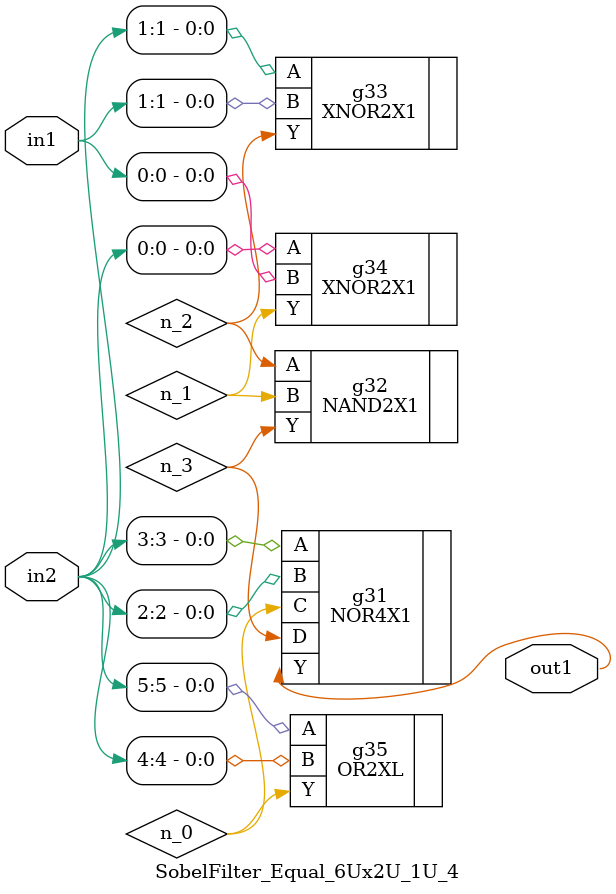
<source format=v>
`timescale 1ps / 1ps


module SobelFilter_Equal_6Ux2U_1U_4(in2, in1, out1);
  input [5:0] in2;
  input [1:0] in1;
  output out1;
  wire [5:0] in2;
  wire [1:0] in1;
  wire out1;
  wire n_0, n_1, n_2, n_3;
  NOR4X1 g31(.A (in2[3]), .B (in2[2]), .C (n_0), .D (n_3), .Y (out1));
  NAND2X1 g32(.A (n_2), .B (n_1), .Y (n_3));
  XNOR2X1 g33(.A (in2[1]), .B (in1[1]), .Y (n_2));
  XNOR2X1 g34(.A (in2[0]), .B (in1[0]), .Y (n_1));
  OR2XL g35(.A (in2[5]), .B (in2[4]), .Y (n_0));
endmodule


</source>
